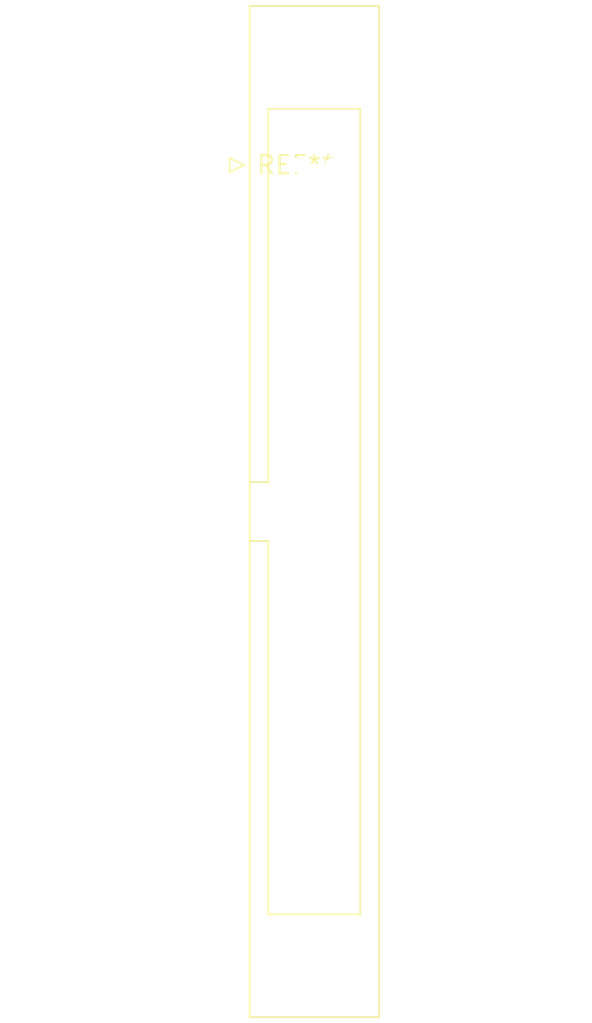
<source format=kicad_pcb>
(kicad_pcb (version 20240108) (generator pcbnew)
  (layers (0 "F.Cu" signal) (31 "B.Cu" signal) (34 "B.Paste" user) (35 "F.Paste" user) (36 "B.SilkS" user "B.Silkscreen") (37 "F.SilkS" user "F.Silkscreen") (38 "B.Mask" user) (39 "F.Mask" user) (44 "Edge.Cuts" user))
  (net 0 "")
  (footprint "IDC-Header_2x20_P2.54mm_Latch_Vertical" (layer "F.Cu") (at 0 0)
    (property "Reference" "REF**")
    (property "Value" "IDC-Header_2x20_P2.54mm_Latch_Vertical")
    (fp_line (start -4.63 -0.5) (end -4.63 0.5) (layer "F.SilkS") (stroke (width 0.12)))
    (fp_line (start -4.63 0.5) (end -3.63 0) (layer "F.SilkS") (stroke (width 0.12)))
    (fp_line (start -3.63 0) (end -4.63 -0.5) (layer "F.SilkS") (stroke (width 0.12)))
    (fp_line (start -3.24 -11.08) (end 5.78 -11.08) (layer "F.SilkS") (stroke (width 0.12)))
    (fp_line (start -3.24 22.08) (end -1.93 22.08) (layer "F.SilkS") (stroke (width 0.12)))
    (fp_line (start -3.24 59.34) (end -3.24 -11.08) (layer "F.SilkS") (stroke (width 0.12)))
    (fp_line (start -1.93 -3.92) (end 4.47 -3.92) (layer "F.SilkS") (stroke (width 0.12)))
    (fp_line (start -1.93 22.08) (end -1.93 -3.92) (layer "F.SilkS") (stroke (width 0.12)))
    (fp_line (start -1.93 26.18) (end -3.24 26.18) (layer "F.SilkS") (stroke (width 0.12)))
    (fp_line (start -1.93 26.18) (end -1.93 26.18) (layer "F.SilkS") (stroke (width 0.12)))
    (fp_line (start -1.93 52.18) (end -1.93 26.18) (layer "F.SilkS") (stroke (width 0.12)))
    (fp_line (start 4.47 -3.92) (end 4.47 52.18) (layer "F.SilkS") (stroke (width 0.12)))
    (fp_line (start 4.47 52.18) (end -1.93 52.18) (layer "F.SilkS") (stroke (width 0.12)))
    (fp_line (start 5.78 -11.08) (end 5.78 59.34) (layer "F.SilkS") (stroke (width 0.12)))
    (fp_line (start 5.78 59.34) (end -3.24 59.34) (layer "F.SilkS") (stroke (width 0.12)))
    (pad "1" thru_hole roundrect (at 0 0) (size 1.7 1.7) (drill 1) (layers *.Cu *.Mask) (remove_unused_layers) (roundrect_rratio 0.147059))
    (pad "2" thru_hole circle (at 2.54 0) (size 1.7 1.7) (drill 1) (layers *.Cu *.Mask) (remove_unused_layers))
    (pad "3" thru_hole circle (at 0 2.54) (size 1.7 1.7) (drill 1) (layers *.Cu *.Mask) (remove_unused_layers))
    (pad "4" thru_hole circle (at 2.54 2.54) (size 1.7 1.7) (drill 1) (layers *.Cu *.Mask) (remove_unused_layers))
    (pad "5" thru_hole circle (at 0 5.08) (size 1.7 1.7) (drill 1) (layers *.Cu *.Mask) (remove_unused_layers))
    (pad "6" thru_hole circle (at 2.54 5.08) (size 1.7 1.7) (drill 1) (layers *.Cu *.Mask) (remove_unused_layers))
    (pad "7" thru_hole circle (at 0 7.62) (size 1.7 1.7) (drill 1) (layers *.Cu *.Mask) (remove_unused_layers))
    (pad "8" thru_hole circle (at 2.54 7.62) (size 1.7 1.7) (drill 1) (layers *.Cu *.Mask) (remove_unused_layers))
    (pad "9" thru_hole circle (at 0 10.16) (size 1.7 1.7) (drill 1) (layers *.Cu *.Mask) (remove_unused_layers))
    (pad "10" thru_hole circle (at 2.54 10.16) (size 1.7 1.7) (drill 1) (layers *.Cu *.Mask) (remove_unused_layers))
    (pad "11" thru_hole circle (at 0 12.7) (size 1.7 1.7) (drill 1) (layers *.Cu *.Mask) (remove_unused_layers))
    (pad "12" thru_hole circle (at 2.54 12.7) (size 1.7 1.7) (drill 1) (layers *.Cu *.Mask) (remove_unused_layers))
    (pad "13" thru_hole circle (at 0 15.24) (size 1.7 1.7) (drill 1) (layers *.Cu *.Mask) (remove_unused_layers))
    (pad "14" thru_hole circle (at 2.54 15.24) (size 1.7 1.7) (drill 1) (layers *.Cu *.Mask) (remove_unused_layers))
    (pad "15" thru_hole circle (at 0 17.78) (size 1.7 1.7) (drill 1) (layers *.Cu *.Mask) (remove_unused_layers))
    (pad "16" thru_hole circle (at 2.54 17.78) (size 1.7 1.7) (drill 1) (layers *.Cu *.Mask) (remove_unused_layers))
    (pad "17" thru_hole circle (at 0 20.32) (size 1.7 1.7) (drill 1) (layers *.Cu *.Mask) (remove_unused_layers))
    (pad "18" thru_hole circle (at 2.54 20.32) (size 1.7 1.7) (drill 1) (layers *.Cu *.Mask) (remove_unused_layers))
    (pad "19" thru_hole circle (at 0 22.86) (size 1.7 1.7) (drill 1) (layers *.Cu *.Mask) (remove_unused_layers))
    (pad "20" thru_hole circle (at 2.54 22.86) (size 1.7 1.7) (drill 1) (layers *.Cu *.Mask) (remove_unused_layers))
    (pad "21" thru_hole circle (at 0 25.4) (size 1.7 1.7) (drill 1) (layers *.Cu *.Mask) (remove_unused_layers))
    (pad "22" thru_hole circle (at 2.54 25.4) (size 1.7 1.7) (drill 1) (layers *.Cu *.Mask) (remove_unused_layers))
    (pad "23" thru_hole circle (at 0 27.94) (size 1.7 1.7) (drill 1) (layers *.Cu *.Mask) (remove_unused_layers))
    (pad "24" thru_hole circle (at 2.54 27.94) (size 1.7 1.7) (drill 1) (layers *.Cu *.Mask) (remove_unused_layers))
    (pad "25" thru_hole circle (at 0 30.48) (size 1.7 1.7) (drill 1) (layers *.Cu *.Mask) (remove_unused_layers))
    (pad "26" thru_hole circle (at 2.54 30.48) (size 1.7 1.7) (drill 1) (layers *.Cu *.Mask) (remove_unused_layers))
    (pad "27" thru_hole circle (at 0 33.02) (size 1.7 1.7) (drill 1) (layers *.Cu *.Mask) (remove_unused_layers))
    (pad "28" thru_hole circle (at 2.54 33.02) (size 1.7 1.7) (drill 1) (layers *.Cu *.Mask) (remove_unused_layers))
    (pad "29" thru_hole circle (at 0 35.56) (size 1.7 1.7) (drill 1) (layers *.Cu *.Mask) (remove_unused_layers))
    (pad "30" thru_hole circle (at 2.54 35.56) (size 1.7 1.7) (drill 1) (layers *.Cu *.Mask) (remove_unused_layers))
    (pad "31" thru_hole circle (at 0 38.1) (size 1.7 1.7) (drill 1) (layers *.Cu *.Mask) (remove_unused_layers))
    (pad "32" thru_hole circle (at 2.54 38.1) (size 1.7 1.7) (drill 1) (layers *.Cu *.Mask) (remove_unused_layers))
    (pad "33" thru_hole circle (at 0 40.64) (size 1.7 1.7) (drill 1) (layers *.Cu *.Mask) (remove_unused_layers))
    (pad "34" thru_hole circle (at 2.54 40.64) (size 1.7 1.7) (drill 1) (layers *.Cu *.Mask) (remove_unused_layers))
    (pad "35" thru_hole circle (at 0 43.18) (size 1.7 1.7) (drill 1) (layers *.Cu *.Mask) (remove_unused_layers))
    (pad "36" thru_hole circle (at 2.54 43.18) (size 1.7 1.7) (drill 1) (layers *.Cu *.Mask) (remove_unused_layers))
    (pad "37" thru_hole circle (at 0 45.72) (size 1.7 1.7) (drill 1) (layers *.Cu *.Mask) (remove_unused_layers))
    (pad "38" thru_hole circle (at 2.54 45.72) (size 1.7 1.7) (drill 1) (layers *.Cu *.Mask) (remove_unused_layers))
    (pad "39" thru_hole circle (at 0 48.26) (size 1.7 1.7) (drill 1) (layers *.Cu *.Mask) (remove_unused_layers))
    (pad "40" thru_hole circle (at 2.54 48.26) (size 1.7 1.7) (drill 1) (layers *.Cu *.Mask) (remove_unused_layers))
  )
)
</source>
